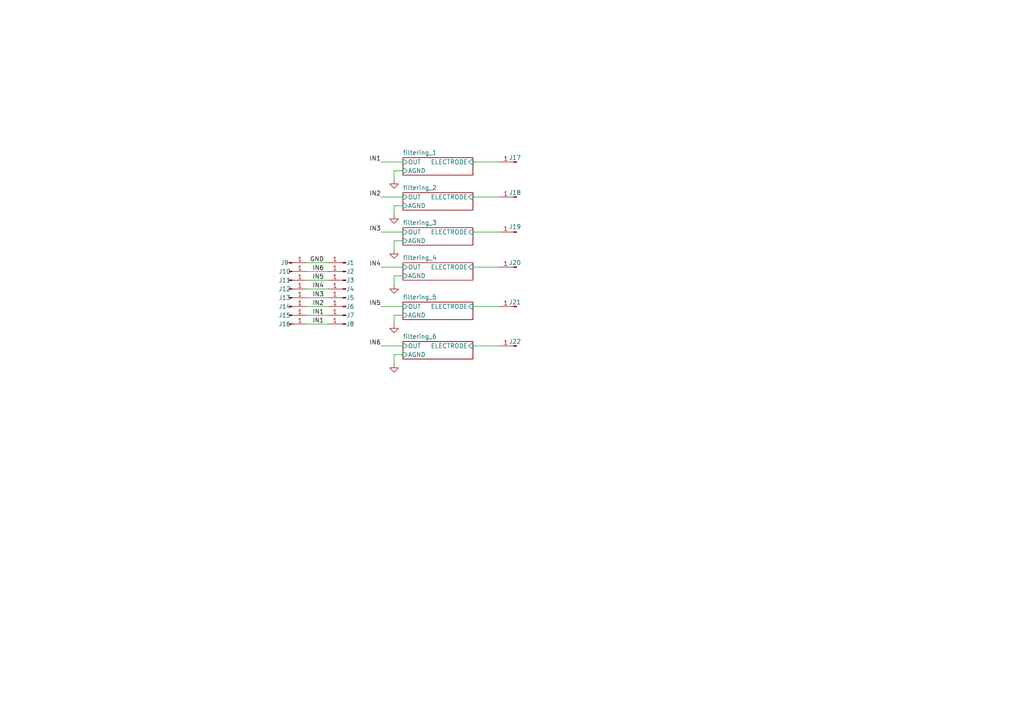
<source format=kicad_sch>
(kicad_sch (version 20231120) (generator "eeschema") (generator_version "8.0")
  (paper "A4")
  (title_block (title "Dry Electrodes") (date "2024-03-30") (rev "v2.0") (company "Aightech"))
  (lib_symbols
    (symbol "Connector:Conn_01x01_Pin" (pin_names (offset 1.016) hide)
      (property "Reference" "J" (at 0 2.54 0))
      (property "Value" "Conn_01x01_Pin" (at 0 -2.54 0))
      (symbol "Conn_01x01_Pin_1_1"
        (polyline (pts (xy 1.27 0) (xy 0.8636 0)) (stroke (width 0.1524)))
        (rectangle (start 0.8636 0.127) (end 0 -0.127) (stroke (width 0.1524)) (fill (type outline)))
        (pin passive line (at 5.08 0 180) (length 3.81) (name "Pin_1") (number "1"))
      )
    )
    (symbol "power:GND" (power) (pin_names (offset 0))
      (property "Value" "GND" (at 0 -3.81 0))
      (symbol "GND_0_1"
        (polyline (pts (xy 0 0) (xy 0 -1.27) (xy 1.27 -1.27) (xy 0 -2.54) (xy -1.27 -1.27) (xy 0 -1.27)))
      )
      (symbol "GND_1_1"
        (pin power_in line (at 0 0 270) (length 0) hide (name "GND") (number "1"))
      )
    )
  )
  (wire (pts (xy 144.78 67.31) (xy 137.16 67.31)))
  (wire (pts (xy 110.49 67.31) (xy 116.84 67.31)))
  (wire (pts (xy 114.3 80.01) (xy 116.84 80.01)))
  (wire (pts (xy 114.3 82.55) (xy 114.3 80.01)))
  (wire (pts (xy 114.3 93.98) (xy 114.3 91.44)))
  (wire (pts (xy 114.3 52.07) (xy 114.3 49.53)))
  (wire (pts (xy 144.78 100.33) (xy 137.16 100.33)))
  (wire (pts (xy 114.3 59.69) (xy 116.84 59.69)))
  (wire (pts (xy 88.9 93.98) (xy 95.25 93.98)))
  (wire (pts (xy 88.9 86.36) (xy 95.25 86.36)))
  (wire (pts (xy 114.3 62.23) (xy 114.3 59.69)))
  (wire (pts (xy 114.3 102.87) (xy 116.84 102.87)))
  (wire (pts (xy 88.9 76.2) (xy 95.25 76.2)))
  (wire (pts (xy 144.78 57.15) (xy 137.16 57.15)))
  (wire (pts (xy 88.9 81.28) (xy 95.25 81.28)))
  (wire (pts (xy 110.49 57.15) (xy 116.84 57.15)))
  (wire (pts (xy 88.9 83.82) (xy 95.25 83.82)))
  (wire (pts (xy 144.78 46.99) (xy 137.16 46.99)))
  (wire (pts (xy 114.3 69.85) (xy 116.84 69.85)))
  (wire (pts (xy 110.49 77.47) (xy 116.84 77.47)))
  (wire (pts (xy 88.9 78.74) (xy 95.25 78.74)))
  (wire (pts (xy 88.9 91.44) (xy 95.25 91.44)))
  (wire (pts (xy 114.3 105.41) (xy 114.3 102.87)))
  (wire (pts (xy 88.9 88.9) (xy 95.25 88.9)))
  (wire (pts (xy 110.49 88.9) (xy 116.84 88.9)))
  (wire (pts (xy 114.3 72.39) (xy 114.3 69.85)))
  (wire (pts (xy 144.78 88.9) (xy 137.16 88.9)))
  (wire (pts (xy 144.78 77.47) (xy 137.16 77.47)))
  (wire (pts (xy 110.49 100.33) (xy 116.84 100.33)))
  (wire (pts (xy 114.3 91.44) (xy 116.84 91.44)))
  (wire (pts (xy 110.49 46.99) (xy 116.84 46.99)))
  (wire (pts (xy 114.3 49.53) (xy 116.84 49.53)))
  (label "IN5" (at 93.98 81.28 180))
  (label "IN2" (at 110.49 57.15 180))
  (label "IN6" (at 110.49 100.33 180))
  (label "IN5" (at 110.49 88.9 180))
  (label "IN4" (at 93.98 83.82 180))
  (label "IN4" (at 110.49 77.47 180))
  (label "IN3" (at 93.98 86.36 180))
  (label "IN2" (at 93.98 88.9 180))
  (label "IN1" (at 110.49 46.99 180))
  (label "IN1" (at 93.98 93.98 180))
  (label "IN3" (at 110.49 67.31 180))
  (label "IN6" (at 93.98 78.74 180))
  (label "IN1" (at 93.98 91.44 180))
  (label "GND" (at 93.98 76.2 180))
  (symbol (lib_id "power:GND") (at 114.3 52.07 0) (unit 1)
    (property "Reference" "#PWR05" (effects (hide yes)))
    (property "Value" "GND" (effects (hide yes)))
  )
  (symbol (lib_id "Connector:Conn_01x01_Pin") (at 100.33 78.74 0) (mirror y) (unit 1)
    (property "Reference" "J2" (at 101.6 78.74 0))
    (property "Value" "Conn_01x01_Pin" (effects (hide yes)))
    (property "Footprint" "00_custom-footprints:SolderWirePad_1x01_SMD_1x2mm" (effects (hide yes)))
  )
  (symbol (lib_id "power:GND") (at 114.3 105.41 0) (unit 1)
    (property "Reference" "#PWR010" (effects (hide yes)))
    (property "Value" "GND" (effects (hide yes)))
  )
  (symbol (lib_id "Connector:Conn_01x01_Pin") (at 83.82 81.28 0) (unit 1)
    (property "Reference" "J11" (at 82.55 81.28 0))
    (property "Value" "Conn_01x01_Pin" (effects (hide yes)))
    (property "Footprint" "00_custom-footprints:SolderWirePad_1x01_SMD_1x2mm" (effects (hide yes)))
  )
  (symbol (lib_id "Connector:Conn_01x01_Pin") (at 149.86 77.47 0) (mirror y) (unit 1)
    (property "Reference" "J20" (at 149.352 76.2 0))
    (property "Value" "Conn_01x01_Pin" (effects (hide yes)))
    (property "Footprint" "00_custom-footprints:Pin_D1.2mm_pogo" (effects (hide yes)))
    (property "Description" "Generic connector, single row, 01x01, script generated" (effects (hide yes)))
  )
  (symbol (lib_id "Connector:Conn_01x01_Pin") (at 149.86 46.99 0) (mirror y) (unit 1)
    (property "Reference" "J17" (at 149.352 45.72 0))
    (property "Value" "Conn_01x01_Pin" (effects (hide yes)))
    (property "Footprint" "00_custom-footprints:Pin_D1.2mm_pogo" (effects (hide yes)))
    (property "Description" "Generic connector, single row, 01x01, script generated" (effects (hide yes)))
  )
  (symbol (lib_id "Connector:Conn_01x01_Pin") (at 100.33 81.28 0) (mirror y) (unit 1)
    (property "Reference" "J3" (at 101.6 81.28 0))
    (property "Value" "Conn_01x01_Pin" (effects (hide yes)))
    (property "Footprint" "00_custom-footprints:SolderWirePad_1x01_SMD_1x2mm" (effects (hide yes)))
  )
  (symbol (lib_id "Connector:Conn_01x01_Pin") (at 83.82 86.36 0) (unit 1)
    (property "Reference" "J13" (at 82.55 86.36 0))
    (property "Value" "Conn_01x01_Pin" (effects (hide yes)))
    (property "Footprint" "00_custom-footprints:SolderWirePad_1x01_SMD_1x2mm" (effects (hide yes)))
  )
  (symbol (lib_id "power:GND") (at 114.3 72.39 0) (unit 1)
    (property "Reference" "#PWR07" (effects (hide yes)))
    (property "Value" "GND" (effects (hide yes)))
  )
  (symbol (lib_id "Connector:Conn_01x01_Pin") (at 149.86 100.33 0) (mirror y) (unit 1)
    (property "Reference" "J22" (at 149.352 99.06 0))
    (property "Value" "Conn_01x01_Pin" (effects (hide yes)))
    (property "Footprint" "00_custom-footprints:Pin_D1.2mm_pogo" (effects (hide yes)))
    (property "Description" "Generic connector, single row, 01x01, script generated" (effects (hide yes)))
  )
  (symbol (lib_id "Connector:Conn_01x01_Pin") (at 149.86 57.15 0) (mirror y) (unit 1)
    (property "Reference" "J18" (at 149.352 55.88 0))
    (property "Value" "Conn_01x01_Pin" (effects (hide yes)))
    (property "Footprint" "00_custom-footprints:Pin_D1.2mm_pogo" (effects (hide yes)))
    (property "Description" "Generic connector, single row, 01x01, script generated" (effects (hide yes)))
  )
  (symbol (lib_id "power:GND") (at 114.3 62.23 0) (unit 1)
    (property "Reference" "#PWR06" (effects (hide yes)))
    (property "Value" "GND" (effects (hide yes)))
  )
  (symbol (lib_id "Connector:Conn_01x01_Pin") (at 100.33 83.82 0) (mirror y) (unit 1)
    (property "Reference" "J4" (at 101.6 83.82 0))
    (property "Value" "Conn_01x01_Pin" (effects (hide yes)))
    (property "Footprint" "00_custom-footprints:SolderWirePad_1x01_SMD_1x2mm" (effects (hide yes)))
  )
  (symbol (lib_id "Connector:Conn_01x01_Pin") (at 149.86 67.31 0) (mirror y) (unit 1)
    (property "Reference" "J19" (at 149.352 65.786 0))
    (property "Value" "Conn_01x01_Pin" (effects (hide yes)))
    (property "Footprint" "00_custom-footprints:Pin_D1.2mm_pogo" (effects (hide yes)))
    (property "Description" "Generic connector, single row, 01x01, script generated" (effects (hide yes)))
  )
  (symbol (lib_id "Connector:Conn_01x01_Pin") (at 100.33 76.2 0) (mirror y) (unit 1)
    (property "Reference" "J1" (at 101.6 76.2 0))
    (property "Value" "Conn_01x01_Pin" (effects (hide yes)))
    (property "Footprint" "00_custom-footprints:SolderWirePad_1x01_SMD_1x2mm" (effects (hide yes)))
  )
  (symbol (lib_id "power:GND") (at 114.3 82.55 0) (unit 1)
    (property "Reference" "#PWR08" (effects (hide yes)))
    (property "Value" "GND" (effects (hide yes)))
  )
  (symbol (lib_id "Connector:Conn_01x01_Pin") (at 83.82 83.82 0) (unit 1)
    (property "Reference" "J12" (at 82.55 83.82 0))
    (property "Value" "Conn_01x01_Pin" (effects (hide yes)))
    (property "Footprint" "00_custom-footprints:SolderWirePad_1x01_SMD_1x2mm" (effects (hide yes)))
  )
  (symbol (lib_id "Connector:Conn_01x01_Pin") (at 83.82 91.44 0) (unit 1)
    (property "Reference" "J15" (at 82.55 91.44 0))
    (property "Value" "Conn_01x01_Pin" (effects (hide yes)))
    (property "Footprint" "00_custom-footprints:SolderWirePad_1x01_SMD_1x2mm" (effects (hide yes)))
  )
  (symbol (lib_id "Connector:Conn_01x01_Pin") (at 100.33 86.36 0) (mirror y) (unit 1)
    (property "Reference" "J5" (at 101.6 86.36 0))
    (property "Value" "Conn_01x01_Pin" (effects (hide yes)))
    (property "Footprint" "00_custom-footprints:SolderWirePad_1x01_SMD_1x2mm" (effects (hide yes)))
  )
  (symbol (lib_id "Connector:Conn_01x01_Pin") (at 83.82 93.98 0) (unit 1)
    (property "Reference" "J16" (at 82.55 93.98 0))
    (property "Value" "Conn_01x01_Pin" (effects (hide yes)))
    (property "Footprint" "00_custom-footprints:SolderWirePad_1x01_SMD_1x2mm" (effects (hide yes)))
  )
  (symbol (lib_id "Connector:Conn_01x01_Pin") (at 100.33 93.98 0) (mirror y) (unit 1)
    (property "Reference" "J8" (at 101.6 93.98 0))
    (property "Value" "Conn_01x01_Pin" (effects (hide yes)))
    (property "Footprint" "00_custom-footprints:SolderWirePad_1x01_SMD_1x2mm" (effects (hide yes)))
  )
  (symbol (lib_id "Connector:Conn_01x01_Pin") (at 100.33 91.44 0) (mirror y) (unit 1)
    (property "Reference" "J7" (at 101.6 91.44 0))
    (property "Value" "Conn_01x01_Pin" (effects (hide yes)))
    (property "Footprint" "00_custom-footprints:SolderWirePad_1x01_SMD_1x2mm" (effects (hide yes)))
  )
  (symbol (lib_id "Connector:Conn_01x01_Pin") (at 83.82 76.2 0) (unit 1)
    (property "Reference" "J9" (at 82.55 76.2 0))
    (property "Value" "Conn_01x01_Pin" (effects (hide yes)))
    (property "Footprint" "00_custom-footprints:SolderWirePad_1x01_SMD_1x2mm" (effects (hide yes)))
  )
  (symbol (lib_id "power:GND") (at 114.3 93.98 0) (unit 1)
    (property "Reference" "#PWR09" (effects (hide yes)))
    (property "Value" "GND" (effects (hide yes)))
  )
  (symbol (lib_id "Connector:Conn_01x01_Pin") (at 100.33 88.9 0) (mirror y) (unit 1)
    (property "Reference" "J6" (at 101.6 88.9 0))
    (property "Value" "Conn_01x01_Pin" (effects (hide yes)))
    (property "Footprint" "00_custom-footprints:SolderWirePad_1x01_SMD_1x2mm" (effects (hide yes)))
  )
  (symbol (lib_id "Connector:Conn_01x01_Pin") (at 83.82 88.9 0) (unit 1)
    (property "Reference" "J14" (at 82.55 88.9 0))
    (property "Value" "Conn_01x01_Pin" (effects (hide yes)))
    (property "Footprint" "00_custom-footprints:SolderWirePad_1x01_SMD_1x2mm" (effects (hide yes)))
  )
  (symbol (lib_id "Connector:Conn_01x01_Pin") (at 83.82 78.74 0) (unit 1)
    (property "Reference" "J10" (at 82.55 78.74 0))
    (property "Value" "Conn_01x01_Pin" (effects (hide yes)))
    (property "Footprint" "00_custom-footprints:SolderWirePad_1x01_SMD_1x2mm" (effects (hide yes)))
  )
  (symbol (lib_id "Connector:Conn_01x01_Pin") (at 149.86 88.9 0) (mirror y) (unit 1)
    (property "Reference" "J21" (at 149.352 87.63 0))
    (property "Value" "Conn_01x01_Pin" (effects (hide yes)))
    (property "Footprint" "00_custom-footprints:Pin_D1.2mm_pogo" (effects (hide yes)))
    (property "Description" "Generic connector, single row, 01x01, script generated" (effects (hide yes)))
  )
  (sheet (at 116.84 55.88) (size 20.32 5.08) (stroke (width 0.1524))
    (property "Sheetname" "filtering_2" (at 116.84 55.1684 0) (effects (justify left bottom)))
    (property "Sheetfile" "filtering.kicad_sch" (effects (hide yes)))
    (pin "ELECTRODE" input (at 137.16 57.15 0))
    (pin "OUT" input (at 116.84 57.15 180))
    (pin "AGND" input (at 116.84 59.69 180))
  )
  (sheet (at 116.84 66.04) (size 20.32 5.08) (stroke (width 0.1524))
    (property "Sheetname" "filtering_3" (at 116.84 65.3284 0) (effects (justify left bottom)))
    (property "Sheetfile" "filtering.kicad_sch" (effects (hide yes)))
    (pin "ELECTRODE" input (at 137.16 67.31 0))
    (pin "OUT" input (at 116.84 67.31 180))
    (pin "AGND" input (at 116.84 69.85 180))
  )
  (sheet (at 116.84 76.2) (size 20.32 5.08) (stroke (width 0.1524))
    (property "Sheetname" "filtering_4" (at 116.84 75.4884 0) (effects (justify left bottom)))
    (property "Sheetfile" "filtering.kicad_sch" (effects (hide yes)))
    (pin "ELECTRODE" input (at 137.16 77.47 0))
    (pin "OUT" input (at 116.84 77.47 180))
    (pin "AGND" input (at 116.84 80.01 180))
  )
  (sheet (at 116.84 45.72) (size 20.32 5.08) (stroke (width 0.1524))
    (property "Sheetname" "filtering_1" (at 116.84 45.0084 0) (effects (justify left bottom)))
    (property "Sheetfile" "filtering.kicad_sch" (effects (hide yes)))
    (pin "ELECTRODE" input (at 137.16 46.99 0))
    (pin "OUT" input (at 116.84 46.99 180))
    (pin "AGND" input (at 116.84 49.53 180))
  )
  (sheet (at 116.84 99.06) (size 20.32 5.08) (stroke (width 0.1524))
    (property "Sheetname" "filtering_6" (at 116.84 98.3484 0) (effects (justify left bottom)))
    (property "Sheetfile" "filtering.kicad_sch" (effects (hide yes)))
    (pin "ELECTRODE" input (at 137.16 100.33 0))
    (pin "OUT" input (at 116.84 100.33 180))
    (pin "AGND" input (at 116.84 102.87 180))
  )
  (sheet (at 116.84 87.63) (size 20.32 5.08) (stroke (width 0.1524))
    (property "Sheetname" "filtering_5" (at 116.84 86.9184 0) (effects (justify left bottom)))
    (property "Sheetfile" "filtering.kicad_sch" (effects (hide yes)))
    (pin "ELECTRODE" input (at 137.16 88.9 0))
    (pin "OUT" input (at 116.84 88.9 180))
    (pin "AGND" input (at 116.84 91.44 180))
  )
)
</source>
